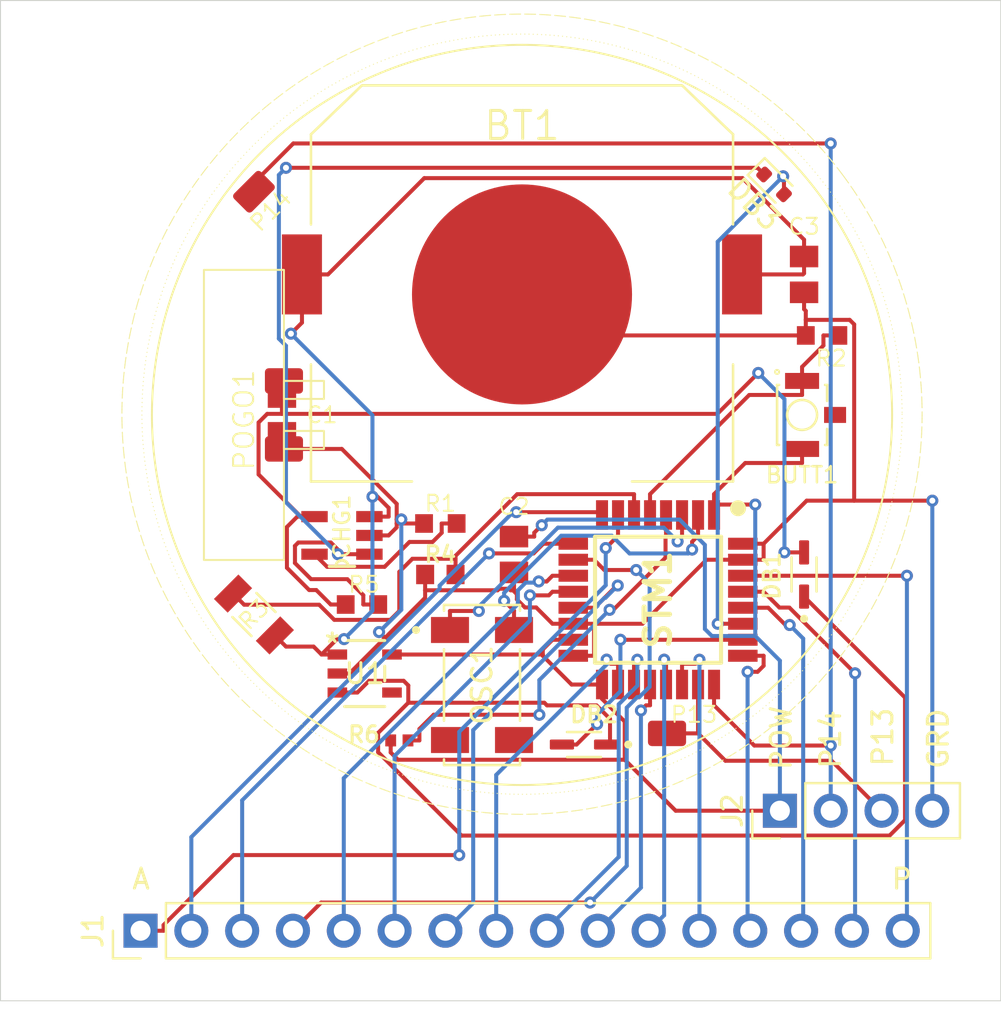
<source format=kicad_pcb>
(kicad_pcb (version 20241229) (generator "pcbnew") (generator_version "9.0")
  (layers (0 "F.Cu" signal) (2 "B.Cu" signal) (13 "F.Paste" user) (15 "B.Paste" user) (5 "F.SilkS" user "F.Silkscreen") (7 "B.SilkS" user "B.Silkscreen") (1 "F.Mask" user) (3 "B.Mask" user) (25 "Edge.Cuts" user))
  (net 0 "")
  (net 1 "Net-(CHG1-VBAT)")
  (net 2 "Net-(U1-EN)")
  (net 3 "F")
  (net 4 "B")
  (net 5 "A")
  (net 6 "N")
  (net 7 "O")
  (net 8 "D")
  (net 9 "E")
  (net 10 "H")
  (net 11 "L")
  (net 12 "J")
  (net 13 "C")
  (net 14 "G")
  (net 15 "M")
  (net 16 "K")
  (net 17 "I")
  (net 18 "P")
  (net 19 "Net-(CHG1-PROG)")
  (net 20 "Net-(STM1-PA0)")
  (net 21 "USB + ")
  (net 22 "STM_POW")
  (net 23 "Net-(STM1-PF0-OSC_IN)")
  (net 24 "Net-(CHG1-STAT)")
  (net 25 "Net-(STM1-PF1-OSC_OUT)")
  (net 27 "Net-(STM1-PB3)")
  (net 28 "Net-(STM1-PA1)")
  (net 30 "Net-(J2-Pin_2)")
  (net 31 "Net-(J2-Pin_3)")
  (net 32 "GNDREF")
  (net 35 "Net-(STM1-PG10-NRST)")
  (net 36 "Net-(DB3-A)")
  (footprint "GRM21BC81E106ME51K:CAPC2012X140N" (layer "F.Cu") (at 187.5692 90.2163 -90)
    (property "Reference" "C1")
    (property "Value" "GRM21BC81E106ME51K")
  )
  (footprint "BAT-HLD-003-SMT:BAT_BAT-HLD-003-SMT_CUT" (layer "F.Cu") (at 199.5692 84.2923)
    (property "Reference" "BT1")
    (property "Value" "BAT-HLD-003-SMT")
  )
  (footprint "GRM21BC81E106ME51K:CAPC2012X140N" (layer "F.Cu") (at 199.1692 97.1923 -90)
    (property "Reference" "C2")
    (property "Value" "GRM21BC81E106ME51K")
  )
  (footprint "RN73H1JTTD5052F50:RN73H1JTTD5052F50" (layer "F.Cu") (at 195.4868 95.6423 180)
    (property "Reference" "R1")
    (property "Value" "RN73H1JTTD5052F50")
  )
  (footprint "RMCF0603FT300K:RMCF0603FT300K" (layer "F.Cu") (at 195.4868 98.1923 180)
    (property "Reference" "R4")
    (property "Value" "RMCF0603FT300K")
  )
  (footprint "RC1005F103CS:RESC1005X40N" (layer "F.Cu") (at 193.437 106.486 180)
    (property "Reference" "R6")
    (property "Value" "RC1005F103CS")
  )
  (footprint "WL-SMCC_0402:PROGPAD" (layer "F.Cu") (at 205.818 106.6348)
    (property "Reference" "P13")
    (property "Value" "~")
  )
  (footprint "RN73H1JTTD5052F50:RN73H1JTTD5052F50" (layer "F.Cu") (at 214.5692 86.2423 180)
    (property "Reference" "R2")
    (property "Value" "RN73H1JTTD5052F50")
  )
  (footprint "Connector_PinHeader_2.54mm:PinHeader_1x16_P2.54mm_Vertical" (layer "F.Cu") (at 180.5 116 90)
    (property "Reference" "J1")
    (property "Value" "Conn_01x16")
  )
  (footprint "B3U_1100P:SW_B3U-1100P" (layer "F.Cu") (at 213.5692 90.2163 90)
    (property "Reference" "BUTT1")
    (property "Value" "B3U-1100P")
  )
  (footprint "STM32G431KBT6:QFP80P900X900X160-32N" (layer "F.Cu") (at 206.3692 99.4543 -90)
    (property "Reference" "STM1")
    (property "Value" "STM32G431KBT6" (hide yes))
  )
  (footprint "WL-SMCC_0402:Untitled" (layer "F.Cu") (at 180.6692 90.2163)
    (property "Reference" "POGO1")
    (property "Value" "~")
  )
  (footprint "GRM21BC81E106ME51K:CAPC2012X140N" (layer "F.Cu") (at 213.6692 83.1923 -90)
    (property "Reference" "C3")
    (property "Value" "GRM21BC81E106ME51K")
  )
  (footprint "BAS3010A03WE6327HTSA1:SOD2513X110N" (layer "F.Cu") (at 213.6692 98.1923 90)
    (property "Reference" "DB1")
    (property "Value" "BAS3010A03WE6327HTSA1")
  )
  (footprint "TPS7A0230PDBVR:TPS7A0230PDBVR" (layer "F.Cu") (at 191.704 103.1423)
    (property "Reference" "U1")
    (property "Value" "TPS7A0230PDBVR")
  )
  (footprint "MCP73832T_2ACI_OT:SOT95P270X145-5N" (layer "F.Cu") (at 190.5692 96.239 180)
    (property "Reference" "CHG1")
    (property "Value" "MCP73832T-2ACI_OT")
  )
  (footprint "BAS3010A03WE6327HTSA1:SOD2513X110N" (layer "F.Cu") (at 202.6692 106.6923 180)
    (property "Reference" "DB2")
    (property "Value" "BAS3010A03WE6327HTSA1")
  )
  (footprint "Connector_PinHeader_2.54mm:PinHeader_1x04_P2.54mm_Vertical" (layer "F.Cu") (at 212.46 110 90)
    (property "Reference" "J2")
    (property "Value" "Conn_01x04")
  )
  (footprint "MC-306_32.7680K-E0_PURE_SN:MC-306_32.7680K-E0_PURE_SN" (layer "F.Cu") (at 197.5692 103.7163)
    (property "Reference" "OSC1")
    (property "Value" "MC-306_32.7680K-E0_PURE_SN")
  )
  (footprint "RC1206FR_07120KL:RC1206FR_07120KL" (layer "F.Cu") (at 186.1692 100.1923 135)
    (property "Reference" "R3")
    (property "Value" "RC1206FR-07120KL")
  )
  (footprint "WL-SMCC_0402:PROGPAD" (layer "F.Cu") (at 185.8156 80.1194 45)
    (property "Reference" "P14")
    (property "Value" "~")
  )
  (footprint "Diode_SMD:D_SOD-523" (layer "F.Cu") (at 212.1692 78.6923 -45)
    (property "Reference" "DB3")
    (property "Value" "1N4148WT")
  )
  (footprint "RN73H1JTTD5052F50:RN73H1JTTD5052F50" (layer "F.Cu") (at 191.5692 99.6923 180)
    (property "Reference" "R5")
    (property "Value" "RN73H1JTTD5052F50")
  )
  (gr_circle (center 199.569226 90.178811) (end 215.569226 78.178811) (stroke (width 0.05) (type dash)) (fill no) (layer "F.SilkS"))
  (gr_circle (center 199.569226 90.178811) (end 218.569226 90.178811) (stroke (width 0.05) (type dot)) (fill no) (layer "F.SilkS"))
  (gr_circle (center 199.569226 90.216276) (end 218.069226 90.216276) (stroke (width 0.1)) (fill no) (layer "F.SilkS"))
  (gr_rect (start 173.5 69.5) (end 223.5 119.5) (stroke (width 0.05)) (fill no) (layer "Edge.Cuts"))
  (gr_text "GRD" (at 220.96 108 90) (layer "F.SilkS") (effects (font (size 1 1)) (justify left bottom)))
  (gr_text "A" (at 180 114 0) (layer "F.SilkS") (effects (font (size 1 1)) (justify left bottom)))
  (gr_text "P" (at 217.96 114 0) (layer "F.SilkS") (effects (font (size 1 1)) (justify left bottom)))
  (gr_text "P14" (at 215.578754 107.98161 90) (layer "F.SilkS") (effects (font (size 1 1)) (justify left bottom)))
  (gr_text "POW" (at 213.106794 108.049646 90) (layer "F.SilkS") (effects (font (size 1 1)) (justify left bottom)))
  (gr_text "P13" (at 218.186785 107.868218 90) (layer "F.SilkS") (effects (font (size 1 1)) (justify left bottom)))
  (segment (start 188.6458 83.1923) (end 188.5692 83.1923) (width 0.2) (layer "F.Cu") (net 1))
  (segment (start 213.6692 82.2973) (end 213.6692 83.139) (width 0.2) (layer "F.Cu") (net 1))
  (segment (start 188.5692 85.6029) (end 188.5692 83.1923) (width 0.2) (layer "F.Cu") (net 1))
  (segment (start 189.5482 102.1923) (end 190.318 101.4225) (width 0.2) (layer "F.Cu") (net 1))
  (segment (start 191.9408 95.2992) (end 192.9029 95.2992) (width 0.2) (layer "F.Cu") (net 1))
  (segment (start 210.593 78.3794) (end 194.6838 78.3794) (width 0.2) (layer "F.Cu") (net 1))
  (segment (start 190.318 101.4225) (end 190.6722 101.4225) (width 0.2) (layer "F.Cu") (net 1))
  (segment (start 189.9435 102.1923) (end 189.5482 102.1923) (width 0.2) (layer "F.Cu") (net 1))
  (segment (start 188.6458 83.1923) (end 189.8709 83.1923) (width 0.2) (layer "F.Cu") (net 1))
  (segment (start 194.6838 78.3794) (end 189.8709 83.1923) (width 0.2) (layer "F.Cu") (net 1))
  (segment (start 213.6159 83.1923) (end 213.6692 83.139) (width 0.2) (layer "F.Cu") (net 1))
  (segment (start 188.0175 86.1546) (end 188.5692 85.6029) (width 0.2) (layer "F.Cu") (net 1))
  (segment (start 187.772 101.7951) (end 189.151 101.7951) (width 0.2) (layer "F.Cu") (net 1))
  (segment (start 213.6692 81.4556) (end 210.593 78.3794) (width 0.2) (layer "F.Cu") (net 1))
  (segment (start 189.151 101.7951) (end 189.5482 102.1923) (width 0.2) (layer "F.Cu") (net 1))
  (segment (start 210.5692 83.1923) (end 213.6159 83.1923) (width 0.2) (layer "F.Cu") (net 1))
  (segment (start 192.3455 94.3029) (end 192.9029 94.8603) (width 0.2) (layer "F.Cu") (net 1))
  (segment (start 187.2157 101.2388) (end 187.772 101.7951) (width 0.2) (layer "F.Cu") (net 1))
  (segment (start 189.9435 102.1923) (end 190.1776 102.1923) (width 0.2) (layer "F.Cu") (net 1))
  (segment (start 192.9029 94.8603) (end 192.9029 95.2992) (width 0.2) (layer "F.Cu") (net 1))
  (segment (start 213.6692 82.2973) (end 213.6692 81.4556) (width 0.2) (layer "F.Cu") (net 1))
  (segment (start 192.0935 94.3029) (end 192.3455 94.3029) (width 0.2) (layer "F.Cu") (net 1))
  (segment (start 190.3388 102.1923) (end 190.1776 102.1923) (width 0.2) (layer "F.Cu") (net 1))
  (via (at 188.0175 86.1546) (size 0.6) (drill 0.3) (layers "F.Cu" "B.Cu") (net 1))
  (via (at 190.6722 101.4225) (size 0.6) (drill 0.3) (layers "F.Cu" "B.Cu") (net 1))
  (via (at 192.0935 94.3029) (size 0.6) (drill 0.3) (layers "F.Cu" "B.Cu") (net 1))
  (segment (start 192.0935 94.3029) (end 192.0935 90.2306) (width 0.2) (layer "B.Cu") (net 1))
  (segment (start 192.0935 94.3029) (end 192.0935 100.0012) (width 0.2) (layer "B.Cu") (net 1))
  (segment (start 192.0935 100.0012) (end 190.6722 101.4225) (width 0.2) (layer "B.Cu") (net 1))
  (segment (start 192.0935 90.2306) (end 188.0175 86.1546) (width 0.2) (layer "B.Cu") (net 1))
  (segment (start 191.3386 104.0923) (end 191.9253 103.5056) (width 0.2) (layer "F.Cu") (net 2))
  (segment (start 190.3388 104.0923) (end 191.3386 104.0923) (width 0.2) (layer "F.Cu") (net 2))
  (segment (start 217.9431 111.243) (end 218.716 110.4701) (width 0.2) (layer "F.Cu") (net 2))
  (segment (start 193.8853 103.7386) (end 193.8853 104.6015) (width 0.2) (layer "F.Cu") (net 2))
  (segment (start 193.6523 103.5056) (end 193.8853 103.7386) (width 0.2) (layer "F.Cu") (net 2))
  (segment (start 191.9253 103.5056) (end 193.6523 103.5056) (width 0.2) (layer "F.Cu") (net 2))
  (segment (start 192.3762 106.1106) (end 192.3762 107.0742) (width 0.2) (layer "F.Cu") (net 2))
  (segment (start 200.8195 104.7354) (end 200.6856 104.6015) (width 0.2) (layer "F.Cu") (net 2))
  (segment (start 200.6856 104.6015) (end 193.8853 104.6015) (width 0.2) (layer "F.Cu") (net 2))
  (segment (start 193.8853 104.6015) (end 192.3762 106.1106) (width 0.2) (layer "F.Cu") (net 2))
  (segment (start 192.3762 107.0742) (end 196.545 111.243) (width 0.2) (layer "F.Cu") (net 2))
  (segment (start 196.545 111.243) (end 217.9431 111.243) (width 0.2) (layer "F.Cu") (net 2))
  (segment (start 203.7742 106.6923) (end 203.9686 106.4979) (width 0.2) (layer "F.Cu") (net 2))
  (segment (start 218.716 104.3441) (end 213.6692 99.2973) (width 0.2) (layer "F.Cu") (net 2))
  (segment (start 203.2933 104.7354) (end 200.8195 104.7354) (width 0.2) (layer "F.Cu") (net 2))
  (segment (start 203.9686 105.4107) (end 203.2933 104.7354) (width 0.2) (layer "F.Cu") (net 2))
  (segment (start 218.716 110.4701) (end 218.716 104.3441) (width 0.2) (layer "F.Cu") (net 2))
  (segment (start 203.9686 106.4979) (end 203.9686 105.4107) (width 0.2) (layer "F.Cu") (net 2))
  (segment (start 202.1312 99.0543) (end 201.092 99.0543) (width 0.2) (layer "F.Cu") (net 3))
  (segment (start 201.092 99.0543) (end 200.9102 99.2361) (width 0.2) (layer "F.Cu") (net 3))
  (segment (start 200.9102 99.2361) (end 199.966 99.2361) (width 0.2) (layer "F.Cu") (net 3))
  (via (at 199.966 99.2361) (size 0.6) (drill 0.3) (layers "F.Cu" "B.Cu") (net 3))
  (segment (start 193.2 107.2616) (end 199.966 100.4956) (width 0.2) (layer "B.Cu") (net 3))
  (segment (start 193.2 116) (end 193.2 107.2616) (width 0.2) (layer "B.Cu") (net 3))
  (segment (start 199.966 100.4956) (end 199.966 99.2361) (width 0.2) (layer "B.Cu") (net 3))
  (segment (start 203.4307 95.0778) (end 199.2787 95.0778) (width 0.2) (layer "F.Cu") (net 4))
  (segment (start 203.5692 95.2163) (end 203.4307 95.0778) (width 0.2) (layer "F.Cu") (net 4))
  (via (at 199.2787 95.0778) (size 0.6) (drill 0.3) (layers "F.Cu" "B.Cu") (net 4))
  (segment (start 199.1218 95.0778) (end 195.4514 98.7482) (width 0.2) (layer "B.Cu") (net 4))
  (segment (start 199.2787 95.0778) (end 199.1218 95.0778) (width 0.2) (layer "B.Cu") (net 4))
  (segment (start 195.4514 98.9051) (end 183.04 111.3165) (width 0.2) (layer "B.Cu") (net 4))
  (segment (start 183.04 111.3165) (end 183.04 116) (width 0.2) (layer "B.Cu") (net 4))
  (segment (start 195.4514 98.7482) (end 195.4514 98.9051) (width 0.2) (layer "B.Cu") (net 4))
  (segment (start 185.1463 112.2175) (end 181.6517 115.7121) (width 0.2) (layer "F.Cu") (net 5))
  (segment (start 196.432 112.2175) (end 185.1463 112.2175) (width 0.2) (layer "F.Cu") (net 5))
  (segment (start 204.3692 95.2163) (end 204.3692 96.2555) (width 0.2) (layer "F.Cu") (net 5))
  (segment (start 180.5 116) (end 181.6517 116) (width 0.2) (layer "F.Cu") (net 5))
  (segment (start 204.3692 96.2555) (end 203.7544 96.8703) (width 0.2) (layer "F.Cu") (net 5))
  (segment (start 181.6517 115.7121) (end 181.6517 116) (width 0.2) (layer "F.Cu") (net 5))
  (via (at 203.7544 96.8703) (size 0.6) (drill 0.3) (layers "F.Cu" "B.Cu") (net 5))
  (via (at 196.432 112.2175) (size 0.6) (drill 0.3) (layers "F.Cu" "B.Cu") (net 5))
  (segment (start 203.7544 98.7313) (end 203.7544 96.8703) (width 0.2) (layer "B.Cu") (net 5))
  (segment (start 196.432 106.0537) (end 203.7544 98.7313) (width 0.2) (layer "B.Cu") (net 5))
  (segment (start 196.432 112.2175) (end 196.432 106.0537) (width 0.2) (layer "B.Cu") (net 5))
  (segment (start 212.7424 100.7186) (end 212.9491 100.7186) (width 0.2) (layer "F.Cu") (net 6))
  (segment (start 210.6072 99.8543) (end 211.8781 99.8543) (width 0.2) (layer "F.Cu") (net 6))
  (segment (start 211.8781 99.8543) (end 212.7424 100.7186) (width 0.2) (layer "F.Cu") (net 6))
  (via (at 212.9491 100.7186) (size 0.6) (drill 0.3) (layers "F.Cu" "B.Cu") (net 6))
  (segment (start 213.625 101.3945) (end 212.9491 100.7186) (width 0.2) (layer "B.Cu") (net 6))
  (segment (start 213.52 116) (end 213.625 115.895) (width 0.2) (layer "B.Cu") (net 6))
  (segment (start 213.625 115.895) (end 213.625 101.3945) (width 0.2) (layer "B.Cu") (net 6))
  (segment (start 212.0849 99.493) (end 212.0849 99.4931) (width 0.2) (layer "F.Cu") (net 7))
  (segment (start 210.6072 99.0543) (end 211.6462 99.0543) (width 0.2) (layer "F.Cu") (net 7))
  (segment (start 212.4375 99.8457) (end 212.9327 99.8457) (width 0.2) (layer "F.Cu") (net 7))
  (segment (start 212.0849 99.4931) (end 212.4375 99.8457) (width 0.2) (layer "F.Cu") (net 7))
  (segment (start 212.9327 99.8457) (end 216.2185 103.1315) (width 0.2) (layer "F.Cu") (net 7))
  (segment (start 211.6462 99.0543) (end 212.0849 99.493) (width 0.2) (layer "F.Cu") (net 7))
  (via (at 216.2185 103.1315) (size 0.6) (drill 0.3) (layers "F.Cu" "B.Cu") (net 7))
  (segment (start 216.06 116) (end 216.2185 115.8415) (width 0.2) (layer "B.Cu") (net 7))
  (segment (start 216.2185 115.8415) (end 216.2185 103.1315) (width 0.2) (layer "B.Cu") (net 7))
  (segment (start 203.6832 97.9671) (end 205.2748 97.9671) (width 0.2) (layer "F.Cu") (net 8))
  (segment (start 202.1312 97.4543) (end 203.1704 97.4543) (width 0.2) (layer "F.Cu") (net 8))
  (segment (start 202.9726 114.5907) (end 189.5293 114.5907) (width 0.2) (layer "F.Cu") (net 8))
  (segment (start 189.5293 114.5907) (end 188.12 116) (width 0.2) (layer "F.Cu") (net 8))
  (segment (start 203.1704 97.4543) (end 203.6832 97.9671) (width 0.2) (layer "F.Cu") (net 8))
  (via (at 205.2748 97.9671) (size 0.6) (drill 0.3) (layers "F.Cu" "B.Cu") (net 8))
  (via (at 202.9726 114.5907) (size 0.6) (drill 0.3) (layers "F.Cu" "B.Cu") (net 8))
  (segment (start 205.9487 103.8035) (end 205.4361 104.3161) (width 0.2) (layer "B.Cu") (net 8))
  (segment (start 205.4361 104.3161) (end 205.3361 104.3161) (width 0.2) (layer "B.Cu") (net 8))
  (segment (start 205.3361 104.3161) (end 204.8042 104.848) (width 0.2) (layer "B.Cu") (net 8))
  (segment (start 205.9487 98.641) (end 205.9487 103.8035) (width 0.2) (layer "B.Cu") (net 8))
  (segment (start 204.8042 104.848) (end 204.8042 112.7591) (width 0.2) (layer "B.Cu") (net 8))
  (segment (start 204.8042 112.7591) (end 202.9726 114.5907) (width 0.2) (layer "B.Cu") (net 8))
  (segment (start 205.2748 97.9671) (end 205.9487 98.641) (width 0.2) (layer "B.Cu") (net 8))
  (segment (start 202.1312 98.2543) (end 201.092 98.2543) (width 0.2) (layer "F.Cu") (net 9))
  (segment (start 201.092 98.2543) (end 200.8064 98.5399) (width 0.2) (layer "F.Cu") (net 9))
  (segment (start 200.8064 98.5399) (end 200.4038 98.5399) (width 0.2) (layer "F.Cu") (net 9))
  (via (at 200.4038 98.5399) (size 0.6) (drill 0.3) (layers "F.Cu" "B.Cu") (net 9))
  (segment (start 200.346 98.5977) (end 200.4038 98.5399) (width 0.2) (layer "B.Cu") (net 9))
  (segment (start 190.66 116) (end 190.66 108.3732) (width 0.2) (layer "B.Cu") (net 9))
  (segment (start 199.7536 98.5977) (end 200.346 98.5977) (width 0.2) (layer "B.Cu") (net 9))
  (segment (start 199.3631 99.6701) (end 199.3631 98.9882) (width 0.2) (layer "B.Cu") (net 9))
  (segment (start 199.3631 98.9882) (end 199.7536 98.5977) (width 0.2) (layer "B.Cu") (net 9))
  (segment (start 190.66 108.3732) (end 199.3631 99.6701) (width 0.2) (layer "B.Cu") (net 9))
  (segment (start 204.3692 102.6531) (end 204.0044 102.6531) (width 0.2) (layer "F.Cu") (net 10))
  (segment (start 204.3692 103.6923) (end 204.3692 102.6531) (width 0.2) (layer "F.Cu") (net 10))
  (segment (start 204.0044 102.6531) (end 203.7992 102.4479) (width 0.2) (layer "F.Cu") (net 10))
  (via (at 203.7992 102.4479) (size 0.6) (drill 0.3) (layers "F.Cu" "B.Cu") (net 10))
  (segment (start 198.28 108.2105) (end 203.7992 102.6913) (width 0.2) (layer "B.Cu") (net 10))
  (segment (start 203.7992 102.6913) (end 203.7992 102.4479) (width 0.2) (layer "B.Cu") (net 10))
  (segment (start 198.28 116) (end 198.28 108.2105) (width 0.2) (layer "B.Cu") (net 10))
  (segment (start 207.5692 102.6531) (end 208.2388 102.6531) (width 0.2) (layer "F.Cu") (net 11))
  (segment (start 207.5692 103.6923) (end 207.5692 102.6531) (width 0.2) (layer "F.Cu") (net 11))
  (segment (start 208.2388 102.6531) (end 208.44 102.4519) (width 0.2) (layer "F.Cu") (net 11))
  (via (at 208.44 102.4519) (size 0.6) (drill 0.3) (layers "F.Cu" "B.Cu") (net 11))
  (segment (start 208.44 116) (end 208.44 102.4519) (width 0.2) (layer "B.Cu") (net 11))
  (segment (start 205.9692 103.6923) (end 205.9692 104.7315) (width 0.2) (layer "F.Cu") (net 12))
  (segment (start 205.9692 104.7315) (end 205.7724 104.7315) (width 0.2) (layer "F.Cu") (net 12))
  (segment (start 205.7724 104.7315) (end 205.5137 104.9902) (width 0.2) (layer "F.Cu") (net 12))
  (via (at 205.5137 104.9902) (size 0.6) (drill 0.3) (layers "F.Cu" "B.Cu") (net 12))
  (segment (start 203.36 116) (end 205.5137 113.8463) (width 0.2) (layer "B.Cu") (net 12))
  (segment (start 205.5137 113.8463) (end 205.5137 104.9902) (width 0.2) (layer "B.Cu") (net 12))
  (segment (start 202.1312 96.6543) (end 200.633 96.6543) (width 0.2) (layer "F.Cu") (net 13))
  (segment (start 200.1483 97.139) (end 197.921 97.139) (width 0.2) (layer "F.Cu") (net 13))
  (segment (start 200.633 96.6543) (end 200.1483 97.139) (width 0.2) (layer "F.Cu") (net 13))
  (via (at 197.921 97.139) (size 0.6) (drill 0.3) (layers "F.Cu" "B.Cu") (net 13))
  (segment (start 185.58 109.48) (end 197.921 97.139) (width 0.2) (layer "B.Cu") (net 13))
  (segment (start 185.58 116) (end 185.58 109.48) (width 0.2) (layer "B.Cu") (net 13))
  (segment (start 203.1995 99.8543) (end 202.1312 99.8543) (width 0.2) (layer "F.Cu") (net 14))
  (segment (start 203.1995 99.8542) (end 203.1995 99.8543) (width 0.2) (layer "F.Cu") (net 14))
  (segment (start 204.3104 98.7433) (end 203.1995 99.8542) (width 0.2) (layer "F.Cu") (net 14))
  (segment (start 204.3561 98.7433) (end 204.3104 98.7433) (width 0.2) (layer "F.Cu") (net 14))
  (via (at 204.3561 98.7433) (size 0.6) (drill 0.3) (layers "F.Cu" "B.Cu") (net 14))
  (segment (start 204.3561 98.7433) (end 203.7431 99.3563) (width 0.2) (layer "B.Cu") (net 14))
  (segment (start 203.3448 99.7562) (end 197.1298 105.9712) (width 0.2) (layer "B.Cu") (net 14))
  (segment (start 197.1298 114.6102) (end 195.74 116) (width 0.2) (layer "B.Cu") (net 14))
  (segment (start 197.1298 105.9712) (end 197.1298 114.6102) (width 0.2) (layer "B.Cu") (net 14))
  (segment (start 203.6974 99.3563) (end 203.3448 99.7089) (width 0.2) (layer "B.Cu") (net 14))
  (segment (start 203.3448 99.7089) (end 203.3448 99.7562) (width 0.2) (layer "B.Cu") (net 14))
  (segment (start 203.7431 99.3563) (end 203.6974 99.3563) (width 0.2) (layer "B.Cu") (net 14))
  (segment (start 211.6464 102.7562) (end 211.346 103.0566) (width 0.2) (layer "F.Cu") (net 15))
  (segment (start 211.346 103.0566) (end 210.8452 103.0566) (width 0.2) (layer "F.Cu") (net 15))
  (segment (start 211.6464 102.2543) (end 211.6464 102.7562) (width 0.2) (layer "F.Cu") (net 15))
  (segment (start 210.6072 102.2543) (end 211.6464 102.2543) (width 0.2) (layer "F.Cu") (net 15))
  (via (at 210.8452 103.0566) (size 0.6) (drill 0.3) (layers "F.Cu" "B.Cu") (net 15))
  (segment (start 210.98 116) (end 210.8452 115.8652) (width 0.2) (layer "B.Cu") (net 15))
  (segment (start 210.8452 115.8652) (end 210.8452 103.0566) (width 0.2) (layer "B.Cu") (net 15))
  (segment (start 206.7692 102.5423) (end 206.6761 102.4492) (width 0.2) (layer "F.Cu") (net 16))
  (segment (start 206.7692 103.6923) (end 206.7692 102.5423) (width 0.2) (layer "F.Cu") (net 16))
  (via (at 206.6761 102.4492) (size 0.6) (drill 0.3) (layers "F.Cu" "B.Cu") (net 16))
  (segment (start 206.6761 102.4492) (end 206.6761 115.2239) (width 0.2) (layer "B.Cu") (net 16))
  (segment (start 206.6761 115.2239) (end 205.9 116) (width 0.2) (layer "B.Cu") (net 16))
  (segment (start 205.1692 102.6531) (end 205.3361 102.4862) (width 0.2) (layer "F.Cu") (net 17))
  (segment (start 205.3361 102.4862) (end 205.3361 102.4523) (width 0.2) (layer "F.Cu") (net 17))
  (segment (start 205.1692 103.6923) (end 205.1692 102.6531) (width 0.2) (layer "F.Cu") (net 17))
  (via (at 205.3361 102.4523) (size 0.6) (drill 0.3) (layers "F.Cu" "B.Cu") (net 17))
  (segment (start 200.82 115.8925) (end 200.82 116) (width 0.2) (layer "B.Cu") (net 17))
  (segment (start 205.3361 102.4523) (end 205.3361 103.7481) (width 0.2) (layer "B.Cu") (net 17))
  (segment (start 204.4025 112.3101) (end 204.4024 112.3101) (width 0.2) (layer "B.Cu") (net 17))
  (segment (start 205.3361 103.7481) (end 204.4025 104.6817) (width 0.2) (layer "B.Cu") (net 17))
  (segment (start 204.4024 112.3101) (end 200.82 115.8925) (width 0.2) (layer "B.Cu") (net 17))
  (segment (start 204.4025 104.6817) (end 204.4025 112.3101) (width 0.2) (layer "B.Cu") (net 17))
  (segment (start 210.6072 98.2543) (end 218.81 98.2543) (width 0.2) (layer "F.Cu") (net 18))
  (via (at 218.81 98.2543) (size 0.6) (drill 0.3) (layers "F.Cu" "B.Cu") (net 18))
  (segment (start 218.6 116) (end 218.81 115.79) (width 0.2) (layer "B.Cu") (net 18))
  (segment (start 218.81 115.79) (end 218.81 98.2543) (width 0.2) (layer "B.Cu") (net 18))
  (segment (start 196.3008 95.6423) (end 195.5541 95.6423) (width 0.2) (layer "F.Cu") (net 19))
  (segment (start 195.0983 96.5648) (end 193.9437 96.5648) (width 0.2) (layer "F.Cu") (net 19))
  (segment (start 195.5541 95.6423) (end 195.5541 96.109) (width 0.2) (layer "F.Cu") (net 19))
  (segment (start 195.5541 96.109) (end 195.0983 96.5648) (width 0.2) (layer "F.Cu") (net 19))
  (segment (start 192.7009 97.8076) (end 189.8264 97.8076) (width 0.2) (layer "F.Cu") (net 19))
  (segment (start 189.8264 97.8076) (end 189.1976 97.1788) (width 0.2) (layer "F.Cu") (net 19))
  (segment (start 193.9437 96.5648) (end 192.7009 97.8076) (width 0.2) (layer "F.Cu") (net 19))
  (segment (start 213.5692 87.8146) (end 214.6365 86.7473) (width 0.2) (layer "F.Cu") (net 20))
  (segment (start 205.9692 94.1771) (end 210.9283 89.218) (width 0.2) (layer "F.Cu") (net 20))
  (segment (start 215.3832 86.2423) (end 214.6365 86.2423) (width 0.2) (layer "F.Cu") (net 20))
  (segment (start 205.9692 95.2163) (end 205.9692 94.1771) (width 0.2) (layer "F.Cu") (net 20))
  (segment (start 214.6365 86.7473) (end 214.6365 86.2423) (width 0.2) (layer "F.Cu") (net 20))
  (segment (start 210.9283 89.218) (end 213.5692 89.218) (width 0.2) (layer "F.Cu") (net 20))
  (segment (start 213.5692 88.5163) (end 213.5692 87.8146) (width 0.2) (layer "F.Cu") (net 20))
  (segment (start 213.5692 88.5163) (end 213.5692 89.218) (width 0.2) (layer "F.Cu") (net 20))
  (segment (start 188.5096 95.2992) (end 188.3364 95.2992) (width 0.2) (layer "F.Cu") (net 21))
  (segment (start 188.767 95.2992) (end 188.5096 95.2992) (width 0.2) (layer "F.Cu") (net 21))
  (segment (start 188.9823 95.2992) (end 189.1976 95.2992) (width 0.2) (layer "F.Cu") (net 21))
  (segment (start 190.7552 99.6923) (end 190.0085 99.6923) (width 0.2) (layer "F.Cu") (net 21))
  (segment (start 187.818 97.8568) (end 188.9303 98.9691) (width 0.2) (layer "F.Cu") (net 21))
  (segment (start 186.4001 93.1897) (end 188.5096 95.2992) (width 0.2) (layer "F.Cu") (net 21))
  (segment (start 187.6692 88.5163) (end 187.5692 88.6163) (width 0.2) (layer "F.Cu") (net 21))
  (segment (start 187.818 95.8176) (end 187.818 97.8568) (width 0.2) (layer "F.Cu") (net 21))
  (segment (start 213.6692 97.0873) (end 212.6886 97.0873) (width 0.2) (layer "F.Cu") (net 21))
  (segment (start 188.9303 98.9691) (end 189.2853 98.9691) (width 0.2) (layer "F.Cu") (net 21))
  (segment (start 187.5692 90.163) (end 186.8327 90.163) (width 0.2) (layer "F.Cu") (net 21))
  (segment (start 211.3794 88.1175) (end 209.3339 90.163) (width 0.2) (layer "F.Cu") (net 21))
  (segment (start 187.5692 89.3213) (end 187.5692 90.163) (width 0.2) (layer "F.Cu") (net 21))
  (segment (start 186.8327 90.163) (end 186.4001 90.5956) (width 0.2) (layer "F.Cu") (net 21))
  (segment (start 187.5692 88.6163) (end 187.5692 89.3213) (width 0.2) (layer "F.Cu") (net 21))
  (segment (start 188.3364 95.2992) (end 187.818 95.8176) (width 0.2) (layer "F.Cu") (net 21))
  (segment (start 189.2853 98.9691) (end 190.0085 99.6923) (width 0.2) (layer "F.Cu") (net 21))
  (segment (start 186.4001 90.5956) (end 186.4001 93.1897) (width 0.2) (layer "F.Cu") (net 21))
  (segment (start 188.9823 95.2992) (end 188.767 95.2992) (width 0.2) (layer "F.Cu") (net 21))
  (segment (start 209.3339 90.163) (end 187.5692 90.163) (width 0.2) (layer "F.Cu") (net 21))
  (via (at 212.6886 97.0873) (size 0.6) (drill 0.3) (layers "F.Cu" "B.Cu") (net 21))
  (via (at 211.3794 88.1175) (size 0.6) (drill 0.3) (layers "F.Cu" "B.Cu") (net 21))
  (segment (start 211.3794 88.1175) (end 212.6886 89.4267) (width 0.2) (layer "B.Cu") (net 21))
  (segment (start 212.6886 89.4267) (end 212.6886 97.0873) (width 0.2) (layer "B.Cu") (net 21))
  (segment (start 203.5692 104.4096) (end 203.5692 103.6923) (width 0.2) (layer "F.Cu") (net 22))
  (segment (start 204.7027 105.5431) (end 203.5692 104.4096) (width 0.2) (layer "F.Cu") (net 22))
  (segment (start 193.0693 102.1923) (end 193.86 102.1923) (width 0.2) (layer "F.Cu") (net 22))
  (segment (start 200.6077 102.1923) (end 200.6077 101.9386) (width 0.2) (layer "F.Cu") (net 22))
  (segment (start 213.5692 92.618) (end 210.7283 92.618) (width 0.2) (layer "F.Cu") (net 22))
  (segment (start 193.005 106.7868) (end 193.005 106.486) (width 0.2) (layer "F.Cu") (net 22))
  (segment (start 200.1809 96.1033) (end 200.5541 95.7301) (width 0.2) (layer "F.Cu") (net 22))
  (segment (start 210.7283 92.618) (end 209.1692 94.1771) (width 0.2) (layer "F.Cu") (net 22))
  (segment (start 200.6077 101.9386) (end 201.092 101.4543) (width 0.2) (layer "F.Cu") (net 22))
  (segment (start 204.7027 107.4517) (end 193.369 107.4517) (width 0.2) (layer "F.Cu") (net 22))
  (segment (start 207.251 110) (end 204.7027 107.4517) (width 0.2) (layer "F.Cu") (net 22))
  (segment (start 213.5692 91.9163) (end 213.5692 92.618) (width 0.2) (layer "F.Cu") (net 22))
  (segment (start 199.1692 96.2973) (end 200.1809 96.2973) (width 0.2) (layer "F.Cu") (net 22))
  (segment (start 200.6077 102.2535) (end 200.6077 102.1923) (width 0.2) (layer "F.Cu") (net 22))
  (segment (start 193.369 107.4517) (end 193.005 107.0877) (width 0.2) (layer "F.Cu") (net 22))
  (segment (start 203.5692 103.6923) (end 202.0465 103.6923) (width 0.2) (layer "F.Cu") (net 22))
  (segment (start 200.1809 96.2973) (end 200.1809 96.1033) (width 0.2) (layer "F.Cu") (net 22))
  (segment (start 200.6077 102.1923) (end 193.86 102.1923) (width 0.2) (layer "F.Cu") (net 22))
  (segment (start 193.005 106.7868) (end 193.005 107.0877) (width 0.2) (layer "F.Cu") (net 22))
  (segment (start 212.46 110) (end 207.251 110) (width 0.2) (layer "F.Cu") (net 22))
  (segment (start 202.1312 101.4543) (end 201.092 101.4543) (width 0.2) (layer "F.Cu") (net 22))
  (segment (start 202.0465 103.6923) (end 200.6077 102.2535) (width 0.2) (layer "F.Cu") (net 22))
  (segment (start 209.1692 94.6967) (end 211.229 94.6967) (width 0.2) (layer "F.Cu") (net 22))
  (segment (start 209.1692 95.2163) (end 209.1692 94.6967) (width 0.2) (layer "F.Cu") (net 22))
  (segment (start 209.1692 94.6967) (end 209.1692 94.1771) (width 0.2) (layer "F.Cu") (net 22))
  (segment (start 204.7027 107.4517) (end 204.7027 105.5431) (width 0.2) (layer "F.Cu") (net 22))
  (via (at 211.229 94.6967) (size 0.6) (drill 0.3) (layers "F.Cu" "B.Cu") (net 22))
  (via (at 200.5541 95.7301) (size 0.6) (drill 0.3) (layers "F.Cu" "B.Cu") (net 22))
  (segment (start 212.46 110) (end 212.46 102.4977) (width 0.2) (layer "B.Cu") (net 22))
  (segment (start 208.7104 100.9169) (end 208.7104 96.7129) (width 0.2) (layer "B.Cu") (net 22))
  (segment (start 211.229 101.2667) (end 209.0602 101.2667) (width 0.2) (layer "B.Cu") (net 22))
  (segment (start 207.4458 95.4483) (end 200.8359 95.4483) (width 0.2) (layer "B.Cu") (net 22))
  (segment (start 211.229 101.2667) (end 211.229 94.6967) (width 0.2) (layer "B.Cu") (net 22))
  (segment (start 200.8359 95.4483) (end 200.5541 95.7301) (width 0.2) (layer "B.Cu") (net 22))
  (segment (start 212.46 102.4977) (end 211.229 101.2667) (width 0.2) (layer "B.Cu") (net 22))
  (segment (start 209.0602 101.2667) (end 208.7104 100.9169) (width 0.2) (layer "B.Cu") (net 22))
  (segment (start 208.7104 96.7129) (end 207.4458 95.4483) (width 0.2) (layer "B.Cu") (net 22))
  (segment (start 199.1692 100.9663) (end 199.1692 100.0003) (width 0.2) (layer "F.Cu") (net 23))
  (segment (start 199.1692 100.0003) (end 198.6756 99.5067) (width 0.2) (layer "F.Cu") (net 23))
  (segment (start 208.0725 96.5522) (end 208.0725 96.9458) (width 0.2) (layer "F.Cu") (net 23))
  (segment (start 208.3692 96.2555) (end 208.0725 96.5522) (width 0.2) (layer "F.Cu") (net 23))
  (segment (start 208.3692 95.2163) (end 208.3692 96.2555) (width 0.2) (layer "F.Cu") (net 23))
  (via (at 198.6756 99.5067) (size 0.6) (drill 0.3) (layers "F.Cu" "B.Cu") (net 23))
  (via (at 208.0725 96.9458) (size 0.6) (drill 0.3) (layers "F.Cu" "B.Cu") (net 23))
  (segment (start 201.5316 96.2517) (end 204.0544 96.2517) (width 0.2) (layer "B.Cu") (net 23))
  (segment (start 204.0544 96.2517) (end 204.9435 97.1408) (width 0.2) (layer "B.Cu") (net 23))
  (segment (start 204.9435 97.1408) (end 207.8775 97.1408) (width 0.2) (layer "B.Cu") (net 23))
  (segment (start 198.6756 99.5067) (end 198.6756 99.1077) (width 0.2) (layer "B.Cu") (net 23))
  (segment (start 198.6756 99.1077) (end 201.5316 96.2517) (width 0.2) (layer "B.Cu") (net 23))
  (segment (start 207.8775 97.1408) (end 208.0725 96.9458) (width 0.2) (layer "B.Cu") (net 23))
  (segment (start 190.9787 97.1788) (end 190.3684 97.1788) (width 0.2) (layer "F.Cu") (net 24))
  (segment (start 188.22 96.7601) (end 188.22 97.6209) (width 0.2) (layer "F.Cu") (net 24))
  (segment (start 187.7699 77.8629) (end 211.3398 77.8629) (width 0.2) (layer "F.Cu") (net 24))
  (segment (start 191.6365 99.2256) (end 191.6365 99.6923) (width 0.2) (layer "F.Cu") (net 24))
  (segment (start 188.3876 96.5925) (end 188.22 96.7601) (width 0.2) (layer "F.Cu") (net 24))
  (segment (start 190.3684 96.9499) (end 190.011 96.5925) (width 0.2) (layer "F.Cu") (net 24))
  (segment (start 189.025 98.4259) (end 190.8368 98.4259) (width 0.2) (layer "F.Cu") (net 24))
  (segment (start 188.22 97.6209) (end 189.025 98.4259) (width 0.2) (layer "F.Cu") (net 24))
  (segment (start 191.9408 97.1788) (end 190.9787 97.1788) (width 0.2) (layer "F.Cu") (net 24))
  (segment (start 190.3684 97.1788) (end 190.3684 96.9499) (width 0.2) (layer "F.Cu") (net 24))
  (segment (start 190.8368 98.4259) (end 191.6365 99.2256) (width 0.2) (layer "F.Cu") (net 24))
  (segment (start 192.3832 99.6923) (end 191.6365 99.6923) (width 0.2) (layer "F.Cu") (net 24))
  (segment (start 190.011 96.5925) (end 188.3876 96.5925) (width 0.2) (layer "F.Cu") (net 24))
  (segment (start 211.3398 77.8629) (end 211.6742 78.1973) (width 0.2) (layer "F.Cu") (net 24))
  (via (at 187.7699 77.8629) (size 0.6) (drill 0.3) (layers "F.Cu" "B.Cu") (net 24))
  (via (at 190.3684 97.1788) (size 0.6) (drill 0.3) (layers "F.Cu" "B.Cu") (net 24))
  (segment (start 187.4158 78.217) (end 187.4158 86.4037) (width 0.2) (layer "B.Cu") (net 24))
  (segment (start 187.7699 86.7577) (end 187.7699 94.5803) (width 0.2) (layer "B.Cu") (net 24))
  (segment (start 187.7699 77.8629) (end 187.4158 78.217) (width 0.2) (layer "B.Cu") (net 24))
  (segment (start 187.7698 86.7577) (end 187.7699 86.7577) (width 0.2) (layer "B.Cu") (net 24))
  (segment (start 187.7699 94.5803) (end 190.3684 97.1788) (width 0.2) (layer "B.Cu") (net 24))
  (segment (start 187.4158 86.4037) (end 187.7698 86.7577) (width 0.2) (layer "B.Cu") (net 24))
  (segment (start 207.5692 95.2163) (end 207.5692 96.3151) (width 0.2) (layer "F.Cu") (net 25))
  (segment (start 195.9692 100.0146) (end 197.4105 100.0146) (width 0.2) (layer "F.Cu") (net 25))
  (segment (start 207.5692 96.3151) (end 207.3453 96.539) (width 0.2) (layer "F.Cu") (net 25))
  (segment (start 195.9692 100.9663) (end 195.9692 100.0146) (width 0.2) (layer "F.Cu") (net 25))
  (via (at 207.3453 96.539) (size 0.6) (drill 0.3) (layers "F.Cu" "B.Cu") (net 25))
  (via (at 197.4105 100.0146) (size 0.6) (drill 0.3) (layers "F.Cu" "B.Cu") (net 25))
  (segment (start 206.6563 95.85) (end 201.3619 95.85) (width 0.2) (layer "B.Cu") (net 25))
  (segment (start 197.4105 99.8014) (end 197.4105 100.0146) (width 0.2) (layer "B.Cu") (net 25))
  (segment (start 201.3619 95.85) (end 197.4105 99.8014) (width 0.2) (layer "B.Cu") (net 25))
  (segment (start 207.3453 96.539) (end 206.6563 95.85) (width 0.2) (layer "B.Cu") (net 25))
  (segment (start 202.2985 106.6923) (end 203.3243 105.6665) (width 0.2) (layer "F.Cu") (net 27))
  (segment (start 210.6072 101.4543) (end 204.4891 101.4543) (width 0.2) (layer "F.Cu") (net 27))
  (segment (start 201.5642 106.6923) (end 202.2985 106.6923) (width 0.2) (layer "F.Cu") (net 27))
  (via (at 204.4891 101.4543) (size 0.6) (drill 0.3) (layers "F.Cu" "B.Cu") (net 27))
  (via (at 203.3243 105.6665) (size 0.6) (drill 0.3) (layers "F.Cu" "B.Cu") (net 27))
  (segment (start 203.3243 105.1919) (end 203.3243 105.6665) (width 0.2) (layer "B.Cu") (net 27))
  (segment (start 204.4891 104.0271) (end 203.3243 105.1919) (width 0.2) (layer "B.Cu") (net 27))
  (segment (start 204.4891 101.4543) (end 204.4891 104.0271) (width 0.2) (layer "B.Cu") (net 27))
  (segment (start 185.679 99.7021) (end 189.4283 99.7021) (width 0.2) (layer "F.Cu") (net 28))
  (segment (start 189.4283 99.7021) (end 190.1852 100.459) (width 0.2) (layer "F.Cu") (net 28))
  (segment (start 194.0904 97.4056) (end 196.2468 97.4056) (width 0.2) (layer "F.Cu") (net 28))
  (segment (start 193.4347 100.0138) (end 193.4347 98.0613) (width 0.2) (layer "F.Cu") (net 28))
  (segment (start 192.9895 100.459) (end 193.4347 100.0138) (width 0.2) (layer "F.Cu") (net 28))
  (segment (start 193.4347 98.0613) (end 194.0904 97.4056) (width 0.2) (layer "F.Cu") (net 28))
  (segment (start 190.1852 100.459) (end 192.9895 100.459) (width 0.2) (layer "F.Cu") (net 28))
  (segment (start 205.1692 94.1771) (end 199.3286 94.1771) (width 0.2) (layer "F.Cu") (net 28))
  (segment (start 196.2468 97.2589) (end 196.2468 97.4056) (width 0.2) (layer "F.Cu") (net 28))
  (segment (start 199.3286 94.1771) (end 196.2468 97.2589) (width 0.2) (layer "F.Cu") (net 28))
  (segment (start 196.2468 98.1923) (end 196.2468 97.4056) (width 0.2) (layer "F.Cu") (net 28))
  (segment (start 185.1227 99.1458) (end 185.679 99.7021) (width 0.2) (layer "F.Cu") (net 28))
  (segment (start 205.1692 95.2163) (end 205.1692 94.1771) (width 0.2) (layer "F.Cu") (net 28))
  (segment (start 211.1795 106.7418) (end 209.1692 104.7315) (width 0.2) (layer "F.Cu") (net 30))
  (segment (start 188.136 76.646) (end 186.1692 78.6128) (width 0.2) (layer "F.Cu") (net 30))
  (segment (start 209.1692 103.6923) (end 209.1692 104.7315) (width 0.2) (layer "F.Cu") (net 30))
  (segment (start 186.1692 78.6128) (end 186.1692 79.0587) (width 0.2) (layer "F.Cu") (net 30))
  (segment (start 215 76.646) (end 188.136 76.646) (width 0.2) (layer "F.Cu") (net 30))
  (segment (start 215 106.7418) (end 211.1795 106.7418) (width 0.2) (layer "F.Cu") (net 30))
  (via (at 215 76.646) (size 0.6) (drill 0.3) (layers "F.Cu" "B.Cu") (net 30))
  (via (at 215 106.7418) (size 0.6) (drill 0.3) (layers "F.Cu" "B.Cu") (net 30))
  (segment (start 215 110) (end 215 106.7418) (width 0.2) (layer "B.Cu") (net 30))
  (segment (start 215 106.7418) (end 215 76.646) (width 0.2) (layer "B.Cu") (net 30))
  (segment (start 208.3692 106.1348) (end 209.737 107.5026) (width 0.2) (layer "F.Cu") (net 31))
  (segment (start 208.3692 106.1348) (end 206.818 106.1348) (width 0.2) (layer "F.Cu") (net 31))
  (segment (start 208.3692 103.6923) (end 208.3692 106.1348) (width 0.2) (layer "F.Cu") (net 31))
  (segment (start 215.0426 107.5026) (end 217.54 110) (width 0.2) (layer "F.Cu") (net 31))
  (segment (start 209.737 107.5026) (end 215.0426 107.5026) (width 0.2) (layer "F.Cu") (net 31))
  (segment (start 216.1727 94.5011) (end 220.08 94.5011) (width 0.2) (layer "F.Cu") (net 32))
  (segment (start 198.9248 98.905) (end 198.4265 98.905) (width 0.2) (layer "F.Cu") (net 32))
  (segment (start 199.0006 98.9808) (end 198.9248 98.905) (width 0.2) (layer "F.Cu") (net 32))
  (segment (start 187.6692 91.9163) (end 187.5692 91.8163) (width 0.2) (layer "F.Cu") (net 32))
  (segment (start 202.1312 102.2543) (end 203.1704 102.2543) (width 0.2) (layer "F.Cu") (net 32))
  (segment (start 199.1174 98.9808) (end 199.0006 98.9808) (width 0.2) (layer "F.Cu") (net 32))
  (segment (start 193.3046 95.6423) (end 193.3046 95.4388) (width 0.2) (layer "F.Cu") (net 32))
  (segment (start 210.6072 96.6543) (end 211.6464 96.6543) (width 0.2) (layer "F.Cu") (net 32))
  (segment (start 208.793 97.4543) (end 210.6072 97.4543) (width 0.2) (layer "F.Cu") (net 32))
  (segment (start 199.1692 98.0873) (end 199.1692 98.929) (width 0.2) (layer "F.Cu") (net 32))
  (segment (start 211.6464 96.6543) (end 211.6464 97.4543) (width 0.2) (layer "F.Cu") (net 32))
  (segment (start 198.3507 98.9808) (end 194.7268 98.9808) (width 0.2) (layer "F.Cu") (net 32))
  (segment (start 216.1727 85.6887) (end 215.949 85.465) (width 0.2) (layer "F.Cu") (net 32))
  (segment (start 193.3046 95.8373) (end 193.3046 95.6423) (width 0.2) (layer "F.Cu") (net 32))
  (segment (start 203.1704 100.6543) (end 205.593 100.6543) (width 0.2) (layer "F.Cu") (net 32))
  (segment (start 202.1312 100.6543) (end 201.092 100.6543) (width 0.2) (layer "F.Cu") (net 32))
  (segment (start 193.3046 94.6597) (end 190.5612 91.9163) (width 0.2) (layer "F.Cu") (net 32))
  (segment (start 215.949 85.465) (end 213.7552 85.465) (width 0.2) (layer "F.Cu") (net 32))
  (segment (start 194.7268 98.9808) (end 194.7268 98.1923) (width 0.2) (layer "F.Cu") (net 32))
  (segment (start 192.0168 96.239) (end 191.9408 96.239) (width 0.2) (layer "F.Cu") (net 32))
  (segment (start 201.6192 86.2423) (end 199.5692 84.1923) (width 0.2) (layer "F.Cu") (net 32))
  (segment (start 192.0168 96.239) (end 192.9029 96.239) (width 0.2) (layer "F.Cu") (net 32))
  (segment (start 199.3138 99.4371) (end 199.3138 99.1772) (width 0.2) (layer "F.Cu") (net 32))
  (segment (start 205.593 100.6543) (end 208.793 97.4543) (width 0.2) (layer "F.Cu") (net 32))
  (segment (start 187.5692 91.8163) (end 187.5692 91.1113) (width 0.2) (layer "F.Cu") (net 32))
  (segment (start 216.1727 94.5011) (end 216.1727 85.6887) (width 0.2) (layer "F.Cu") (net 32))
  (segment (start 192.9029 96.239) (end 193.3046 95.8373) (width 0.2) (layer "F.Cu") (net 32))
  (segment (start 199.7157 99.839) (end 199.3138 99.4371) (width 0.2) (layer "F.Cu") (net 32))
  (segment (start 192.7189 101.3637) (end 194.7268 99.3558) (width 0.2) (layer "F.Cu") (net 32))
  (segment (start 198.4265 98.905) (end 198.3507 98.9808) (width 0.2) (layer "F.Cu") (net 32))
  (segment (start 211.6464 96.6543) (end 213.7996 94.5011) (width 0.2) (layer "F.Cu") (net 32))
  (segment (start 199.3138 99.1772) (end 199.1174 98.9808) (width 0.2) (layer "F.Cu") (net 32))
  (segment (start 199.1692 98.929) (end 199.1174 98.9808) (width 0.2) (layer "F.Cu") (net 32))
  (segment (start 201.092 100.6543) (end 200.2767 99.839) (width 0.2) (layer "F.Cu") (net 32))
  (segment (start 213.7552 86.2423) (end 201.6192 86.2423) (width 0.2) (layer "F.Cu") (net 32))
  (segment (start 202.6508 100.6543) (end 203.1704 100.6543) (width 0.2) (layer "F.Cu") (net 32))
  (segment (start 213.7552 86.2423) (end 213.7552 85.465) (width 0.2) (layer "F.Cu") (net 32))
  (segment (start 210.6072 97.4543) (end 211.6464 97.4543) (width 0.2) (layer "F.Cu") (net 32))
  (segment (start 193.537 95.4388) (end 193.3046 95.4388) (width 0.2) (layer "F.Cu") (net 32))
  (segment (start 213.7996 94.5011) (end 216.1727 94.5011) (width 0.2) (layer "F.Cu") (net 32))
  (segment (start 213.7552 85.465) (end 213.7552 85.015) (width 0.2) (layer "F.Cu") (net 32))
  (segment (start 203.1704 102.2543) (end 203.1704 100.6543) (width 0.2) (layer "F.Cu") (net 32))
  (segment (start 191.1295 102.9531) (end 192.7189 101.3637) (width 0.2) (layer "F.Cu") (net 32))
  (segment (start 200.2767 99.839) (end 199.7157 99.839) (width 0.2) (layer "F.Cu") (net 32))
  (segment (start 190.3388 103.1423) (end 191.1295 103.1423) (width 0.2) (layer "F.Cu") (net 32))
  (segment (start 194.7268 99.3558) (end 194.7268 98.9808) (width 0.2) (layer "F.Cu") (net 32))
  (segment (start 192.7189 101.3637) (end 192.424 101.0689) (width 0.2) (layer "F.Cu") (net 32))
  (segment (start 190.5612 91.9163) (end 187.6692 91.9163) (width 0.2) (layer "F.Cu") (net 32))
  (segment (start 193.3046 95.6423) (end 194.6728 95.6423) (width 0.2) (layer "F.Cu") (net 32))
  (segment (start 202.6508 100.6543) (end 202.1312 100.6543) (width 0.2) (layer "F.Cu") (net 32))
  (segment (start 193.3046 95.4388) (end 193.3046 94.6597) (width 0.2) (layer "F.Cu") (net 32))
  (segment (start 213.6692 84.0873) (end 213.6692 84.929) (width 0.2) (layer "F.Cu") (net 32))
  (segment (start 213.7552 85.015) (end 213.6692 84.929) (width 0.2) (layer "F.Cu") (net 32))
  (segment (start 191.1295 103.1423) (end 191.1295 102.9531) (width 0.2) (layer "F.Cu") (net 32))
  (via (at 192.424 101.0689) (size 0.6) (drill 0.3) (layers "F.Cu" "B.Cu") (net 32))
  (via (at 193.537 95.4388) (size 0.6) (drill 0.3) (layers "F.Cu" "B.Cu") (net 32))
  (via (at 220.08 94.5011) (size 0.6) (drill 0.3) (layers "F.Cu" "B.Cu") (net 32))
  (segment (start 220.08 110) (end 220.08 94.5011) (width 0.2) (layer "B.Cu") (net 32))
  (segment (start 193.537 99.9559) (end 192.424 101.0689) (width 0.2) (layer "B.Cu") (net 32))
  (segment (start 193.537 95.4388) (end 193.537 99.9559) (width 0.2) (layer "B.Cu") (net 32))
  (segment (start 203.9465 99.958) (end 204.1348 99.958) (width 0.2) (layer "F.Cu") (net 35))
  (segment (start 193.869 106.486) (end 194.4407 106.486) (width 0.2) (layer "F.Cu") (net 35))
  (segment (start 200.4364 105.2032) (end 195.1518 105.2032) (width 0.2) (layer "F.Cu") (net 35))
  (segment (start 195.1518 105.2032) (end 194.4407 105.9143) (width 0.2) (layer "F.Cu") (net 35))
  (segment (start 206.7692 95.2163) (end 206.7692 96.2555) (width 0.2) (layer "F.Cu") (net 35))
  (segment (start 194.4407 105.9143) (end 194.4407 106.486) (width 0.2) (layer "F.Cu") (net 35))
  (segment (start 206.7436 96.2811) (end 206.7692 96.2555) (width 0.2) (layer "F.Cu") (net 35))
  (segment (start 204.1348 99.958) (end 206.7436 97.3492) (width 0.2) (layer "F.Cu") (net 35))
  (segment (start 206.7436 97.3492) (end 206.7436 96.2811) (width 0.2) (layer "F.Cu") (net 35))
  (via (at 203.9465 99.958) (size 0.6) (drill 0.3) (layers "F.Cu" "B.Cu") (net 35))
  (via (at 200.4364 105.2032) (size 0.6) (drill 0.3) (layers "F.Cu" "B.Cu") (net 35))
  (segment (start 200.4364 103.4681) (end 200.4364 105.2032) (width 0.2) (layer "B.Cu") (net 35))
  (segment (start 203.9465 99.958) (end 200.4364 103.4681) (width 0.2) (layer "B.Cu") (net 35))
  (segment (start 209.568 100.6543) (end 209.3529 100.6543) (width 0.2) (layer "F.Cu") (net 36))
  (segment (start 212.6642 79.1873) (end 212.6642 78.3286) (width 0.2) (layer "F.Cu") (net 36))
  (segment (start 212.6642 78.3286) (end 212.6226 78.287) (width 0.2) (layer "F.Cu") (net 36))
  (segment (start 210.6072 100.6543) (end 209.568 100.6543) (width 0.2) (layer "F.Cu") (net 36))
  (via (at 209.3529 100.6543) (size 0.6) (drill 0.3) (layers "F.Cu" "B.Cu") (net 36))
  (via (at 212.6226 78.287) (size 0.6) (drill 0.3) (layers "F.Cu" "B.Cu") (net 36))
  (segment (start 209.3529 81.5567) (end 212.6226 78.287) (width 0.2) (layer "B.Cu") (net 36))
  (segment (start 209.3529 100.6543) (end 209.3529 81.5567) (width 0.2) (layer "B.Cu") (net 36))
)
</source>
